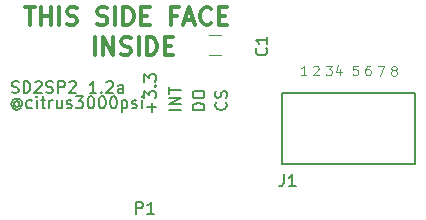
<source format=gto>
G04 #@! TF.GenerationSoftware,KiCad,Pcbnew,(5.1.0)-1*
G04 #@! TF.CreationDate,2019-10-23T17:10:22-04:00*
G04 #@! TF.ProjectId,gc_sp2,67635f73-7032-42e6-9b69-6361645f7063,rev?*
G04 #@! TF.SameCoordinates,Original*
G04 #@! TF.FileFunction,Legend,Top*
G04 #@! TF.FilePolarity,Positive*
%FSLAX46Y46*%
G04 Gerber Fmt 4.6, Leading zero omitted, Abs format (unit mm)*
G04 Created by KiCad (PCBNEW (5.1.0)-1) date 2019-10-23 17:10:22*
%MOMM*%
%LPD*%
G04 APERTURE LIST*
%ADD10C,0.150000*%
%ADD11C,0.100000*%
%ADD12C,0.300000*%
%ADD13C,0.120000*%
G04 APERTURE END LIST*
D10*
X75571428Y-112471428D02*
X75571428Y-111709523D01*
X75952380Y-112090476D02*
X75190476Y-112090476D01*
X74952380Y-111328571D02*
X74952380Y-110709523D01*
X75333333Y-111042857D01*
X75333333Y-110900000D01*
X75380952Y-110804761D01*
X75428571Y-110757142D01*
X75523809Y-110709523D01*
X75761904Y-110709523D01*
X75857142Y-110757142D01*
X75904761Y-110804761D01*
X75952380Y-110900000D01*
X75952380Y-111185714D01*
X75904761Y-111280952D01*
X75857142Y-111328571D01*
X75857142Y-110280952D02*
X75904761Y-110233333D01*
X75952380Y-110280952D01*
X75904761Y-110328571D01*
X75857142Y-110280952D01*
X75952380Y-110280952D01*
X74952380Y-109900000D02*
X74952380Y-109280952D01*
X75333333Y-109614285D01*
X75333333Y-109471428D01*
X75380952Y-109376190D01*
X75428571Y-109328571D01*
X75523809Y-109280952D01*
X75761904Y-109280952D01*
X75857142Y-109328571D01*
X75904761Y-109376190D01*
X75952380Y-109471428D01*
X75952380Y-109757142D01*
X75904761Y-109852380D01*
X75857142Y-109900000D01*
X78052380Y-112304761D02*
X77052380Y-112304761D01*
X78052380Y-111828571D02*
X77052380Y-111828571D01*
X78052380Y-111257142D01*
X77052380Y-111257142D01*
X77052380Y-110923809D02*
X77052380Y-110352380D01*
X78052380Y-110638095D02*
X77052380Y-110638095D01*
X80052380Y-112285714D02*
X79052380Y-112285714D01*
X79052380Y-112047619D01*
X79100000Y-111904761D01*
X79195238Y-111809523D01*
X79290476Y-111761904D01*
X79480952Y-111714285D01*
X79623809Y-111714285D01*
X79814285Y-111761904D01*
X79909523Y-111809523D01*
X80004761Y-111904761D01*
X80052380Y-112047619D01*
X80052380Y-112285714D01*
X79052380Y-111095238D02*
X79052380Y-110904761D01*
X79100000Y-110809523D01*
X79195238Y-110714285D01*
X79385714Y-110666666D01*
X79719047Y-110666666D01*
X79909523Y-110714285D01*
X80004761Y-110809523D01*
X80052380Y-110904761D01*
X80052380Y-111095238D01*
X80004761Y-111190476D01*
X79909523Y-111285714D01*
X79719047Y-111333333D01*
X79385714Y-111333333D01*
X79195238Y-111285714D01*
X79100000Y-111190476D01*
X79052380Y-111095238D01*
X81857142Y-111666666D02*
X81904761Y-111714285D01*
X81952380Y-111857142D01*
X81952380Y-111952380D01*
X81904761Y-112095238D01*
X81809523Y-112190476D01*
X81714285Y-112238095D01*
X81523809Y-112285714D01*
X81380952Y-112285714D01*
X81190476Y-112238095D01*
X81095238Y-112190476D01*
X81000000Y-112095238D01*
X80952380Y-111952380D01*
X80952380Y-111857142D01*
X81000000Y-111714285D01*
X81047619Y-111666666D01*
X81904761Y-111285714D02*
X81952380Y-111142857D01*
X81952380Y-110904761D01*
X81904761Y-110809523D01*
X81857142Y-110761904D01*
X81761904Y-110714285D01*
X81666666Y-110714285D01*
X81571428Y-110761904D01*
X81523809Y-110809523D01*
X81476190Y-110904761D01*
X81428571Y-111095238D01*
X81380952Y-111190476D01*
X81333333Y-111238095D01*
X81238095Y-111285714D01*
X81142857Y-111285714D01*
X81047619Y-111238095D01*
X81000000Y-111190476D01*
X80952380Y-111095238D01*
X80952380Y-110857142D01*
X81000000Y-110714285D01*
D11*
X94733333Y-108611904D02*
X95266666Y-108611904D01*
X94923809Y-109411904D01*
X94052380Y-108561904D02*
X93900000Y-108561904D01*
X93823809Y-108600000D01*
X93785714Y-108638095D01*
X93709523Y-108752380D01*
X93671428Y-108904761D01*
X93671428Y-109209523D01*
X93709523Y-109285714D01*
X93747619Y-109323809D01*
X93823809Y-109361904D01*
X93976190Y-109361904D01*
X94052380Y-109323809D01*
X94090476Y-109285714D01*
X94128571Y-109209523D01*
X94128571Y-109019047D01*
X94090476Y-108942857D01*
X94052380Y-108904761D01*
X93976190Y-108866666D01*
X93823809Y-108866666D01*
X93747619Y-108904761D01*
X93709523Y-108942857D01*
X93671428Y-109019047D01*
X93040476Y-108561904D02*
X92659523Y-108561904D01*
X92621428Y-108942857D01*
X92659523Y-108904761D01*
X92735714Y-108866666D01*
X92926190Y-108866666D01*
X93002380Y-108904761D01*
X93040476Y-108942857D01*
X93078571Y-109019047D01*
X93078571Y-109209523D01*
X93040476Y-109285714D01*
X93002380Y-109323809D01*
X92926190Y-109361904D01*
X92735714Y-109361904D01*
X92659523Y-109323809D01*
X92621428Y-109285714D01*
X91552380Y-108828571D02*
X91552380Y-109361904D01*
X91361904Y-108523809D02*
X91171428Y-109095238D01*
X91666666Y-109095238D01*
X90333333Y-108561904D02*
X90828571Y-108561904D01*
X90561904Y-108866666D01*
X90676190Y-108866666D01*
X90752380Y-108904761D01*
X90790476Y-108942857D01*
X90828571Y-109019047D01*
X90828571Y-109209523D01*
X90790476Y-109285714D01*
X90752380Y-109323809D01*
X90676190Y-109361904D01*
X90447619Y-109361904D01*
X90371428Y-109323809D01*
X90333333Y-109285714D01*
X89271428Y-108638095D02*
X89309523Y-108600000D01*
X89385714Y-108561904D01*
X89576190Y-108561904D01*
X89652380Y-108600000D01*
X89690476Y-108638095D01*
X89728571Y-108714285D01*
X89728571Y-108790476D01*
X89690476Y-108904761D01*
X89233333Y-109361904D01*
X89728571Y-109361904D01*
X88678571Y-109361904D02*
X88221428Y-109361904D01*
X88450000Y-109361904D02*
X88450000Y-108561904D01*
X88373809Y-108676190D01*
X88297619Y-108752380D01*
X88221428Y-108790476D01*
X96023809Y-108954761D02*
X95947619Y-108916666D01*
X95909523Y-108878571D01*
X95871428Y-108802380D01*
X95871428Y-108764285D01*
X95909523Y-108688095D01*
X95947619Y-108650000D01*
X96023809Y-108611904D01*
X96176190Y-108611904D01*
X96252380Y-108650000D01*
X96290476Y-108688095D01*
X96328571Y-108764285D01*
X96328571Y-108802380D01*
X96290476Y-108878571D01*
X96252380Y-108916666D01*
X96176190Y-108954761D01*
X96023809Y-108954761D01*
X95947619Y-108992857D01*
X95909523Y-109030952D01*
X95871428Y-109107142D01*
X95871428Y-109259523D01*
X95909523Y-109335714D01*
X95947619Y-109373809D01*
X96023809Y-109411904D01*
X96176190Y-109411904D01*
X96252380Y-109373809D01*
X96290476Y-109335714D01*
X96328571Y-109259523D01*
X96328571Y-109107142D01*
X96290476Y-109030952D01*
X96252380Y-108992857D01*
X96176190Y-108954761D01*
D10*
X63751904Y-110824761D02*
X63894761Y-110872380D01*
X64132857Y-110872380D01*
X64228095Y-110824761D01*
X64275714Y-110777142D01*
X64323333Y-110681904D01*
X64323333Y-110586666D01*
X64275714Y-110491428D01*
X64228095Y-110443809D01*
X64132857Y-110396190D01*
X63942380Y-110348571D01*
X63847142Y-110300952D01*
X63799523Y-110253333D01*
X63751904Y-110158095D01*
X63751904Y-110062857D01*
X63799523Y-109967619D01*
X63847142Y-109920000D01*
X63942380Y-109872380D01*
X64180476Y-109872380D01*
X64323333Y-109920000D01*
X64751904Y-110872380D02*
X64751904Y-109872380D01*
X64989999Y-109872380D01*
X65132857Y-109920000D01*
X65228095Y-110015238D01*
X65275714Y-110110476D01*
X65323333Y-110300952D01*
X65323333Y-110443809D01*
X65275714Y-110634285D01*
X65228095Y-110729523D01*
X65132857Y-110824761D01*
X64989999Y-110872380D01*
X64751904Y-110872380D01*
X65704285Y-109967619D02*
X65751904Y-109920000D01*
X65847142Y-109872380D01*
X66085238Y-109872380D01*
X66180476Y-109920000D01*
X66228095Y-109967619D01*
X66275714Y-110062857D01*
X66275714Y-110158095D01*
X66228095Y-110300952D01*
X65656666Y-110872380D01*
X66275714Y-110872380D01*
X66656666Y-110824761D02*
X66799523Y-110872380D01*
X67037619Y-110872380D01*
X67132857Y-110824761D01*
X67180476Y-110777142D01*
X67228095Y-110681904D01*
X67228095Y-110586666D01*
X67180476Y-110491428D01*
X67132857Y-110443809D01*
X67037619Y-110396190D01*
X66847142Y-110348571D01*
X66751904Y-110300952D01*
X66704285Y-110253333D01*
X66656666Y-110158095D01*
X66656666Y-110062857D01*
X66704285Y-109967619D01*
X66751904Y-109920000D01*
X66847142Y-109872380D01*
X67085238Y-109872380D01*
X67228095Y-109920000D01*
X67656666Y-110872380D02*
X67656666Y-109872380D01*
X68037619Y-109872380D01*
X68132857Y-109920000D01*
X68180476Y-109967619D01*
X68228095Y-110062857D01*
X68228095Y-110205714D01*
X68180476Y-110300952D01*
X68132857Y-110348571D01*
X68037619Y-110396190D01*
X67656666Y-110396190D01*
X68609047Y-109967619D02*
X68656666Y-109920000D01*
X68751904Y-109872380D01*
X68990000Y-109872380D01*
X69085238Y-109920000D01*
X69132857Y-109967619D01*
X69180476Y-110062857D01*
X69180476Y-110158095D01*
X69132857Y-110300952D01*
X68561428Y-110872380D01*
X69180476Y-110872380D01*
X70894761Y-110872380D02*
X70323333Y-110872380D01*
X70609047Y-110872380D02*
X70609047Y-109872380D01*
X70513809Y-110015238D01*
X70418571Y-110110476D01*
X70323333Y-110158095D01*
X71323333Y-110777142D02*
X71370952Y-110824761D01*
X71323333Y-110872380D01*
X71275714Y-110824761D01*
X71323333Y-110777142D01*
X71323333Y-110872380D01*
X71751904Y-109967619D02*
X71799523Y-109920000D01*
X71894761Y-109872380D01*
X72132857Y-109872380D01*
X72228095Y-109920000D01*
X72275714Y-109967619D01*
X72323333Y-110062857D01*
X72323333Y-110158095D01*
X72275714Y-110300952D01*
X71704285Y-110872380D01*
X72323333Y-110872380D01*
X73180476Y-110872380D02*
X73180476Y-110348571D01*
X73132857Y-110253333D01*
X73037619Y-110205714D01*
X72847142Y-110205714D01*
X72751904Y-110253333D01*
X73180476Y-110824761D02*
X73085238Y-110872380D01*
X72847142Y-110872380D01*
X72751904Y-110824761D01*
X72704285Y-110729523D01*
X72704285Y-110634285D01*
X72751904Y-110539047D01*
X72847142Y-110491428D01*
X73085238Y-110491428D01*
X73180476Y-110443809D01*
X64345238Y-111676190D02*
X64297619Y-111628571D01*
X64202380Y-111580952D01*
X64107142Y-111580952D01*
X64011904Y-111628571D01*
X63964285Y-111676190D01*
X63916666Y-111771428D01*
X63916666Y-111866666D01*
X63964285Y-111961904D01*
X64011904Y-112009523D01*
X64107142Y-112057142D01*
X64202380Y-112057142D01*
X64297619Y-112009523D01*
X64345238Y-111961904D01*
X64345238Y-111580952D02*
X64345238Y-111961904D01*
X64392857Y-112009523D01*
X64440476Y-112009523D01*
X64535714Y-111961904D01*
X64583333Y-111866666D01*
X64583333Y-111628571D01*
X64488095Y-111485714D01*
X64345238Y-111390476D01*
X64154761Y-111342857D01*
X63964285Y-111390476D01*
X63821428Y-111485714D01*
X63726190Y-111628571D01*
X63678571Y-111819047D01*
X63726190Y-112009523D01*
X63821428Y-112152380D01*
X63964285Y-112247619D01*
X64154761Y-112295238D01*
X64345238Y-112247619D01*
X64488095Y-112152380D01*
X65440476Y-112104761D02*
X65345238Y-112152380D01*
X65154761Y-112152380D01*
X65059523Y-112104761D01*
X65011904Y-112057142D01*
X64964285Y-111961904D01*
X64964285Y-111676190D01*
X65011904Y-111580952D01*
X65059523Y-111533333D01*
X65154761Y-111485714D01*
X65345238Y-111485714D01*
X65440476Y-111533333D01*
X65869047Y-112152380D02*
X65869047Y-111485714D01*
X65869047Y-111152380D02*
X65821428Y-111200000D01*
X65869047Y-111247619D01*
X65916666Y-111200000D01*
X65869047Y-111152380D01*
X65869047Y-111247619D01*
X66202380Y-111485714D02*
X66583333Y-111485714D01*
X66345238Y-111152380D02*
X66345238Y-112009523D01*
X66392857Y-112104761D01*
X66488095Y-112152380D01*
X66583333Y-112152380D01*
X66916666Y-112152380D02*
X66916666Y-111485714D01*
X66916666Y-111676190D02*
X66964285Y-111580952D01*
X67011904Y-111533333D01*
X67107142Y-111485714D01*
X67202380Y-111485714D01*
X67964285Y-111485714D02*
X67964285Y-112152380D01*
X67535714Y-111485714D02*
X67535714Y-112009523D01*
X67583333Y-112104761D01*
X67678571Y-112152380D01*
X67821428Y-112152380D01*
X67916666Y-112104761D01*
X67964285Y-112057142D01*
X68392857Y-112104761D02*
X68488095Y-112152380D01*
X68678571Y-112152380D01*
X68773809Y-112104761D01*
X68821428Y-112009523D01*
X68821428Y-111961904D01*
X68773809Y-111866666D01*
X68678571Y-111819047D01*
X68535714Y-111819047D01*
X68440476Y-111771428D01*
X68392857Y-111676190D01*
X68392857Y-111628571D01*
X68440476Y-111533333D01*
X68535714Y-111485714D01*
X68678571Y-111485714D01*
X68773809Y-111533333D01*
X69154761Y-111152380D02*
X69773809Y-111152380D01*
X69440476Y-111533333D01*
X69583333Y-111533333D01*
X69678571Y-111580952D01*
X69726190Y-111628571D01*
X69773809Y-111723809D01*
X69773809Y-111961904D01*
X69726190Y-112057142D01*
X69678571Y-112104761D01*
X69583333Y-112152380D01*
X69297619Y-112152380D01*
X69202380Y-112104761D01*
X69154761Y-112057142D01*
X70392857Y-111152380D02*
X70488095Y-111152380D01*
X70583333Y-111200000D01*
X70630952Y-111247619D01*
X70678571Y-111342857D01*
X70726190Y-111533333D01*
X70726190Y-111771428D01*
X70678571Y-111961904D01*
X70630952Y-112057142D01*
X70583333Y-112104761D01*
X70488095Y-112152380D01*
X70392857Y-112152380D01*
X70297619Y-112104761D01*
X70250000Y-112057142D01*
X70202380Y-111961904D01*
X70154761Y-111771428D01*
X70154761Y-111533333D01*
X70202380Y-111342857D01*
X70250000Y-111247619D01*
X70297619Y-111200000D01*
X70392857Y-111152380D01*
X71345238Y-111152380D02*
X71440476Y-111152380D01*
X71535714Y-111200000D01*
X71583333Y-111247619D01*
X71630952Y-111342857D01*
X71678571Y-111533333D01*
X71678571Y-111771428D01*
X71630952Y-111961904D01*
X71583333Y-112057142D01*
X71535714Y-112104761D01*
X71440476Y-112152380D01*
X71345238Y-112152380D01*
X71250000Y-112104761D01*
X71202380Y-112057142D01*
X71154761Y-111961904D01*
X71107142Y-111771428D01*
X71107142Y-111533333D01*
X71154761Y-111342857D01*
X71202380Y-111247619D01*
X71250000Y-111200000D01*
X71345238Y-111152380D01*
X72297619Y-111152380D02*
X72392857Y-111152380D01*
X72488095Y-111200000D01*
X72535714Y-111247619D01*
X72583333Y-111342857D01*
X72630952Y-111533333D01*
X72630952Y-111771428D01*
X72583333Y-111961904D01*
X72535714Y-112057142D01*
X72488095Y-112104761D01*
X72392857Y-112152380D01*
X72297619Y-112152380D01*
X72202380Y-112104761D01*
X72154761Y-112057142D01*
X72107142Y-111961904D01*
X72059523Y-111771428D01*
X72059523Y-111533333D01*
X72107142Y-111342857D01*
X72154761Y-111247619D01*
X72202380Y-111200000D01*
X72297619Y-111152380D01*
X73059523Y-111485714D02*
X73059523Y-112485714D01*
X73059523Y-111533333D02*
X73154761Y-111485714D01*
X73345238Y-111485714D01*
X73440476Y-111533333D01*
X73488095Y-111580952D01*
X73535714Y-111676190D01*
X73535714Y-111961904D01*
X73488095Y-112057142D01*
X73440476Y-112104761D01*
X73345238Y-112152380D01*
X73154761Y-112152380D01*
X73059523Y-112104761D01*
X73916666Y-112104761D02*
X74011904Y-112152380D01*
X74202380Y-112152380D01*
X74297619Y-112104761D01*
X74345238Y-112009523D01*
X74345238Y-111961904D01*
X74297619Y-111866666D01*
X74202380Y-111819047D01*
X74059523Y-111819047D01*
X73964285Y-111771428D01*
X73916666Y-111676190D01*
X73916666Y-111628571D01*
X73964285Y-111533333D01*
X74059523Y-111485714D01*
X74202380Y-111485714D01*
X74297619Y-111533333D01*
X74773809Y-112152380D02*
X74773809Y-111485714D01*
X74773809Y-111152380D02*
X74726190Y-111200000D01*
X74773809Y-111247619D01*
X74821428Y-111200000D01*
X74773809Y-111152380D01*
X74773809Y-111247619D01*
D12*
X64835714Y-103603571D02*
X65692857Y-103603571D01*
X65264285Y-105103571D02*
X65264285Y-103603571D01*
X66192857Y-105103571D02*
X66192857Y-103603571D01*
X66192857Y-104317857D02*
X67050000Y-104317857D01*
X67050000Y-105103571D02*
X67050000Y-103603571D01*
X67764285Y-105103571D02*
X67764285Y-103603571D01*
X68407142Y-105032142D02*
X68621428Y-105103571D01*
X68978571Y-105103571D01*
X69121428Y-105032142D01*
X69192857Y-104960714D01*
X69264285Y-104817857D01*
X69264285Y-104675000D01*
X69192857Y-104532142D01*
X69121428Y-104460714D01*
X68978571Y-104389285D01*
X68692857Y-104317857D01*
X68550000Y-104246428D01*
X68478571Y-104175000D01*
X68407142Y-104032142D01*
X68407142Y-103889285D01*
X68478571Y-103746428D01*
X68550000Y-103675000D01*
X68692857Y-103603571D01*
X69050000Y-103603571D01*
X69264285Y-103675000D01*
X70978571Y-105032142D02*
X71192857Y-105103571D01*
X71550000Y-105103571D01*
X71692857Y-105032142D01*
X71764285Y-104960714D01*
X71835714Y-104817857D01*
X71835714Y-104675000D01*
X71764285Y-104532142D01*
X71692857Y-104460714D01*
X71550000Y-104389285D01*
X71264285Y-104317857D01*
X71121428Y-104246428D01*
X71050000Y-104175000D01*
X70978571Y-104032142D01*
X70978571Y-103889285D01*
X71050000Y-103746428D01*
X71121428Y-103675000D01*
X71264285Y-103603571D01*
X71621428Y-103603571D01*
X71835714Y-103675000D01*
X72478571Y-105103571D02*
X72478571Y-103603571D01*
X73192857Y-105103571D02*
X73192857Y-103603571D01*
X73550000Y-103603571D01*
X73764285Y-103675000D01*
X73907142Y-103817857D01*
X73978571Y-103960714D01*
X74050000Y-104246428D01*
X74050000Y-104460714D01*
X73978571Y-104746428D01*
X73907142Y-104889285D01*
X73764285Y-105032142D01*
X73550000Y-105103571D01*
X73192857Y-105103571D01*
X74692857Y-104317857D02*
X75192857Y-104317857D01*
X75407142Y-105103571D02*
X74692857Y-105103571D01*
X74692857Y-103603571D01*
X75407142Y-103603571D01*
X77692857Y-104317857D02*
X77192857Y-104317857D01*
X77192857Y-105103571D02*
X77192857Y-103603571D01*
X77907142Y-103603571D01*
X78407142Y-104675000D02*
X79121428Y-104675000D01*
X78264285Y-105103571D02*
X78764285Y-103603571D01*
X79264285Y-105103571D01*
X80621428Y-104960714D02*
X80550000Y-105032142D01*
X80335714Y-105103571D01*
X80192857Y-105103571D01*
X79978571Y-105032142D01*
X79835714Y-104889285D01*
X79764285Y-104746428D01*
X79692857Y-104460714D01*
X79692857Y-104246428D01*
X79764285Y-103960714D01*
X79835714Y-103817857D01*
X79978571Y-103675000D01*
X80192857Y-103603571D01*
X80335714Y-103603571D01*
X80550000Y-103675000D01*
X80621428Y-103746428D01*
X81264285Y-104317857D02*
X81764285Y-104317857D01*
X81978571Y-105103571D02*
X81264285Y-105103571D01*
X81264285Y-103603571D01*
X81978571Y-103603571D01*
X70764285Y-107653571D02*
X70764285Y-106153571D01*
X71478571Y-107653571D02*
X71478571Y-106153571D01*
X72335714Y-107653571D01*
X72335714Y-106153571D01*
X72978571Y-107582142D02*
X73192857Y-107653571D01*
X73550000Y-107653571D01*
X73692857Y-107582142D01*
X73764285Y-107510714D01*
X73835714Y-107367857D01*
X73835714Y-107225000D01*
X73764285Y-107082142D01*
X73692857Y-107010714D01*
X73550000Y-106939285D01*
X73264285Y-106867857D01*
X73121428Y-106796428D01*
X73050000Y-106725000D01*
X72978571Y-106582142D01*
X72978571Y-106439285D01*
X73050000Y-106296428D01*
X73121428Y-106225000D01*
X73264285Y-106153571D01*
X73621428Y-106153571D01*
X73835714Y-106225000D01*
X74478571Y-107653571D02*
X74478571Y-106153571D01*
X75192857Y-107653571D02*
X75192857Y-106153571D01*
X75550000Y-106153571D01*
X75764285Y-106225000D01*
X75907142Y-106367857D01*
X75978571Y-106510714D01*
X76050000Y-106796428D01*
X76050000Y-107010714D01*
X75978571Y-107296428D01*
X75907142Y-107439285D01*
X75764285Y-107582142D01*
X75550000Y-107653571D01*
X75192857Y-107653571D01*
X76692857Y-106867857D02*
X77192857Y-106867857D01*
X77407142Y-107653571D02*
X76692857Y-107653571D01*
X76692857Y-106153571D01*
X77407142Y-106153571D01*
D10*
X97900000Y-116900000D02*
X86600000Y-116900000D01*
X86600000Y-116900000D02*
X86600000Y-110900000D01*
X86600000Y-110900000D02*
X97900000Y-110900000D01*
X97900000Y-110900000D02*
X97900000Y-116900000D01*
D13*
X81420000Y-105980000D02*
X80420000Y-105980000D01*
X80420000Y-107680000D02*
X81420000Y-107680000D01*
D10*
X74261904Y-121102380D02*
X74261904Y-120102380D01*
X74642857Y-120102380D01*
X74738095Y-120150000D01*
X74785714Y-120197619D01*
X74833333Y-120292857D01*
X74833333Y-120435714D01*
X74785714Y-120530952D01*
X74738095Y-120578571D01*
X74642857Y-120626190D01*
X74261904Y-120626190D01*
X75785714Y-121102380D02*
X75214285Y-121102380D01*
X75500000Y-121102380D02*
X75500000Y-120102380D01*
X75404761Y-120245238D01*
X75309523Y-120340476D01*
X75214285Y-120388095D01*
X86766666Y-117752380D02*
X86766666Y-118466666D01*
X86719047Y-118609523D01*
X86623809Y-118704761D01*
X86480952Y-118752380D01*
X86385714Y-118752380D01*
X87766666Y-118752380D02*
X87195238Y-118752380D01*
X87480952Y-118752380D02*
X87480952Y-117752380D01*
X87385714Y-117895238D01*
X87290476Y-117990476D01*
X87195238Y-118038095D01*
X85287142Y-107066666D02*
X85334761Y-107114285D01*
X85382380Y-107257142D01*
X85382380Y-107352380D01*
X85334761Y-107495238D01*
X85239523Y-107590476D01*
X85144285Y-107638095D01*
X84953809Y-107685714D01*
X84810952Y-107685714D01*
X84620476Y-107638095D01*
X84525238Y-107590476D01*
X84430000Y-107495238D01*
X84382380Y-107352380D01*
X84382380Y-107257142D01*
X84430000Y-107114285D01*
X84477619Y-107066666D01*
X85382380Y-106114285D02*
X85382380Y-106685714D01*
X85382380Y-106400000D02*
X84382380Y-106400000D01*
X84525238Y-106495238D01*
X84620476Y-106590476D01*
X84668095Y-106685714D01*
M02*

</source>
